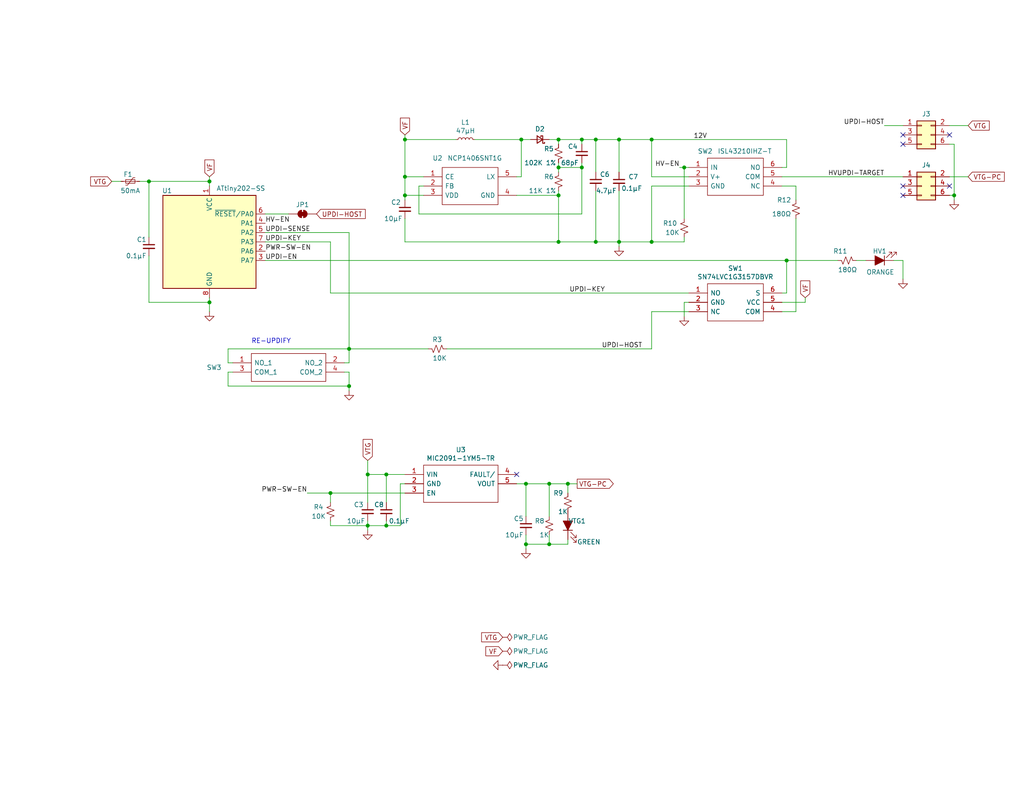
<source format=kicad_sch>
(kicad_sch (version 20230121) (generator eeschema)
  (paper "A")
  (title_block (title "Updi-Key") (date "2020-10-21") (rev "v1.0") (comment 1 "for targets tinyAVR® 0-1-2 series with 3 to 5V target voltage") (comment 2 "Automatically activates UPDI mode and provides power-cycle") (comment 3 "Converts any UPDI programmer to HV-UPDI"))
  (lib_symbols
    (symbol "Connector_Generic:Conn_02x03_Odd_Even" (pin_names (offset 1.016) hide)
      (property "Reference" "J" (at 1.27 5.08 0))
      (property "Value" "Conn_02x03_Odd_Even" (at 1.27 -5.08 0))
      (symbol "Conn_02x03_Odd_Even_1_1"
        (rectangle (start -1.27 -2.413) (end 0 -2.667) (stroke (width 0.1524)))
        (rectangle (start -1.27 0.127) (end 0 -0.127) (stroke (width 0.1524)))
        (rectangle (start -1.27 2.667) (end 0 2.413) (stroke (width 0.1524)))
        (rectangle (start -1.27 3.81) (end 3.81 -3.81) (stroke (width 0.254)) (fill (type background)))
        (rectangle (start 3.81 -2.413) (end 2.54 -2.667) (stroke (width 0.1524)))
        (rectangle (start 3.81 0.127) (end 2.54 -0.127) (stroke (width 0.1524)))
        (rectangle (start 3.81 2.667) (end 2.54 2.413) (stroke (width 0.1524)))
        (pin passive line (at -5.08 2.54 0) (length 3.81) (name "Pin_1") (number "1"))
        (pin passive line (at 7.62 2.54 180) (length 3.81) (name "Pin_2") (number "2"))
        (pin passive line (at -5.08 0 0) (length 3.81) (name "Pin_3") (number "3"))
        (pin passive line (at 7.62 0 180) (length 3.81) (name "Pin_4") (number "4"))
        (pin passive line (at -5.08 -2.54 0) (length 3.81) (name "Pin_5") (number "5"))
        (pin passive line (at 7.62 -2.54 180) (length 3.81) (name "Pin_6") (number "6"))
      )
    )
    (symbol "Device:C_Small" (pin_numbers hide) (pin_names (offset 0.254) hide)
      (property "Reference" "C" (at 0.254 1.778 0))
      (property "Value" "C_Small" (at 0.254 -2.032 0))
      (symbol "C_Small_0_1"
        (polyline (pts (xy -1.524 -0.508) (xy 1.524 -0.508)) (stroke (width 0.3302)))
        (polyline (pts (xy -1.524 0.508) (xy 1.524 0.508)) (stroke (width 0.3048)))
      )
      (symbol "C_Small_1_1"
        (pin passive line (at 0 2.54 270) (length 2.032) (name "~") (number "1"))
        (pin passive line (at 0 -2.54 90) (length 2.032) (name "~") (number "2"))
      )
    )
    (symbol "Device:D_Schottky_Small" (pin_numbers hide) (pin_names (offset 0.254) hide)
      (property "Reference" "D" (at -1.27 2.032 0))
      (property "Value" "D_Schottky_Small" (at -7.112 -2.032 0))
      (symbol "D_Schottky_Small_0_1"
        (polyline (pts (xy -0.762 0) (xy 0.762 0)))
        (polyline (pts (xy 0.762 -1.016) (xy -0.762 0) (xy 0.762 1.016) (xy 0.762 -1.016)) (stroke (width 0.254)))
        (polyline (pts (xy -1.27 0.762) (xy -1.27 1.016) (xy -0.762 1.016) (xy -0.762 -1.016) (xy -0.254 -1.016) (xy -0.254 -0.762)) (stroke (width 0.254)))
      )
      (symbol "D_Schottky_Small_1_1"
        (pin passive line (at -2.54 0 0) (length 1.778) (name "K") (number "1"))
        (pin passive line (at 2.54 0 180) (length 1.778) (name "A") (number "2"))
      )
    )
    (symbol "Device:L_Small" (pin_numbers hide) (pin_names (offset 0.254) hide)
      (property "Reference" "L" (at 0.762 1.016 0))
      (property "Value" "L_Small" (at 0.762 -1.016 0))
      (symbol "L_Small_0_1"
        (arc (start 0 -2.032) (mid 0.5058 -1.524) (end 0 -1.016))
        (arc (start 0 -1.016) (mid 0.5058 -0.508) (end 0 0))
        (arc (start 0 0) (mid 0.5058 0.508) (end 0 1.016))
        (arc (start 0 1.016) (mid 0.5058 1.524) (end 0 2.032))
      )
      (symbol "L_Small_1_1"
        (pin passive line (at 0 2.54 270) (length 0.508) (name "~") (number "1"))
        (pin passive line (at 0 -2.54 90) (length 0.508) (name "~") (number "2"))
      )
    )
    (symbol "Device:R_Small_US" (pin_numbers hide) (pin_names (offset 0.254) hide)
      (property "Reference" "R" (at 0.762 0.508 0))
      (property "Value" "R_Small_US" (at 0.762 -1.016 0))
      (symbol "R_Small_US_1_1"
        (polyline (pts (xy 0 0) (xy 1.016 -0.381) (xy 0 -0.762) (xy -1.016 -1.143) (xy 0 -1.524)))
        (polyline (pts (xy 0 1.524) (xy 1.016 1.143) (xy 0 0.762) (xy -1.016 0.381) (xy 0 0)))
        (pin passive line (at 0 2.54 270) (length 1.016) (name "~") (number "1"))
        (pin passive line (at 0 -2.54 90) (length 1.016) (name "~") (number "2"))
      )
    )
    (symbol "Jumper:SolderJumper_2_Bridged" (pin_numbers hide) (pin_names (offset 0) hide)
      (property "Reference" "JP" (at 0 2.032 0))
      (property "Value" "SolderJumper_2_Bridged" (at 0 -2.54 0))
      (symbol "SolderJumper_2_Bridged_0_1"
        (rectangle (start -0.508 0.508) (end 0.508 -0.508) (fill (type outline)))
        (arc (start -0.254 1.016) (mid -1.2656 0) (end -0.254 -1.016))
        (arc (start -0.254 1.016) (mid -1.2656 0) (end -0.254 -1.016) (fill (type outline)))
        (polyline (pts (xy -0.254 1.016) (xy -0.254 -1.016)))
        (polyline (pts (xy 0.254 1.016) (xy 0.254 -1.016)))
        (arc (start 0.254 -1.016) (mid 1.2656 0) (end 0.254 1.016))
        (arc (start 0.254 -1.016) (mid 1.2656 0) (end 0.254 1.016) (fill (type outline)))
      )
      (symbol "SolderJumper_2_Bridged_1_1"
        (pin passive line (at -3.81 0 0) (length 2.54) (name "A") (number "1"))
        (pin passive line (at 3.81 0 180) (length 2.54) (name "B") (number "2"))
      )
    )
    (symbol "MCU_Microchip_ATtiny:ATtiny202-SS"
      (property "Reference" "U" (at -12.7 13.97 0))
      (property "Value" "ATtiny202-SS" (at 2.54 -13.97 0))
      (symbol "ATtiny202-SS_0_1"
        (rectangle (start -12.7 -12.7) (end 12.7 12.7) (stroke (width 0.254)) (fill (type background)))
      )
      (symbol "ATtiny202-SS_1_1"
        (pin power_in line (at 0 15.24 270) (length 2.54) (name "VCC") (number "1"))
        (pin bidirectional line (at 15.24 -2.54 180) (length 2.54) (name "PA6") (number "2"))
        (pin bidirectional line (at 15.24 -5.08 180) (length 2.54) (name "PA7") (number "3"))
        (pin bidirectional line (at 15.24 5.08 180) (length 2.54) (name "PA1") (number "4"))
        (pin bidirectional line (at 15.24 2.54 180) (length 2.54) (name "PA2") (number "5"))
        (pin bidirectional line (at 15.24 7.62 180) (length 2.54) (name "~{RESET}/PA0") (number "6"))
        (pin bidirectional line (at 15.24 0 180) (length 2.54) (name "PA3") (number "7"))
        (pin power_in line (at 0 -15.24 90) (length 2.54) (name "GND") (number "8"))
      )
    )
    (symbol "SamacSys_Parts:ISL43210IHZ-T" (pin_names (offset 0.762))
      (property "Reference" "IC" (at 21.59 7.62 0))
      (property "Value" "ISL43210IHZ-T" (at 21.59 5.08 0))
      (symbol "ISL43210IHZ-T_0_0"
        (pin passive line (at 0 0 0) (length 5.08) (name "IN") (number "1"))
        (pin passive line (at 0 -2.54 0) (length 5.08) (name "V+") (number "2"))
        (pin passive line (at 0 -5.08 0) (length 5.08) (name "GND") (number "3"))
        (pin passive line (at 25.4 -5.08 180) (length 5.08) (name "NC") (number "4"))
        (pin passive line (at 25.4 -2.54 180) (length 5.08) (name "COM") (number "5"))
        (pin passive line (at 25.4 0 180) (length 5.08) (name "NO") (number "6"))
      )
      (symbol "ISL43210IHZ-T_0_1"
        (polyline (pts (xy 5.08 2.54) (xy 20.32 2.54) (xy 20.32 -7.62) (xy 5.08 -7.62) (xy 5.08 2.54)) (stroke (width 0.1524)))
      )
    )
    (symbol "SamacSys_Parts:MIC2091-1YM5-TR" (pin_names (offset 0.762))
      (property "Reference" "PS" (at 26.67 7.62 0))
      (property "Value" "MIC2091-1YM5-TR" (at 26.67 5.08 0))
      (symbol "MIC2091-1YM5-TR_0_0"
        (pin power_in line (at 0 0 0) (length 5.08) (name "VIN") (number "1"))
        (pin power_in line (at 0 -2.54 0) (length 5.08) (name "GND") (number "2"))
        (pin output line (at 0 -5.08 0) (length 5.08) (name "EN") (number "3"))
        (pin output line (at 30.48 0 180) (length 5.08) (name "FAULT/") (number "4"))
        (pin output line (at 30.48 -2.54 180) (length 5.08) (name "VOUT") (number "5"))
      )
      (symbol "MIC2091-1YM5-TR_0_1"
        (polyline (pts (xy 5.08 2.54) (xy 25.4 2.54) (xy 25.4 -7.62) (xy 5.08 -7.62) (xy 5.08 2.54)) (stroke (width 0.1524)))
      )
    )
    (symbol "SamacSys_Parts:NCP1406SNT1G" (pin_names (offset 0.762))
      (property "Reference" "IC" (at 21.59 7.62 0))
      (property "Value" "NCP1406SNT1G" (at 21.59 5.08 0))
      (symbol "NCP1406SNT1G_0_0"
        (pin passive line (at 0 0 0) (length 5.08) (name "CE") (number "1"))
        (pin passive line (at 0 -2.54 0) (length 5.08) (name "FB") (number "2"))
        (pin power_in line (at 0 -5.08 0) (length 5.08) (name "VDD") (number "3"))
        (pin power_in line (at 25.4 -5.08 180) (length 5.08) (name "GND") (number "4"))
        (pin passive line (at 25.4 0 180) (length 5.08) (name "LX") (number "5"))
      )
      (symbol "NCP1406SNT1G_0_1"
        (polyline (pts (xy 5.08 2.54) (xy 20.32 2.54) (xy 20.32 -7.62) (xy 5.08 -7.62) (xy 5.08 2.54)) (stroke (width 0.1524)))
      )
    )
    (symbol "SamacSys_Parts:PTS810SJG250SMTRLFS" (pin_names (offset 0.762))
      (property "Reference" "S" (at 26.67 7.62 0))
      (property "Value" "PTS810SJG250SMTRLFS" (at 26.67 5.08 0))
      (symbol "PTS810SJG250SMTRLFS_0_0"
        (pin passive line (at 0 0 0) (length 5.08) (name "NO_1") (number "1"))
        (pin passive line (at 30.48 0 180) (length 5.08) (name "NO_2") (number "2"))
        (pin passive line (at 0 -2.54 0) (length 5.08) (name "COM_1") (number "3"))
        (pin passive line (at 30.48 -2.54 180) (length 5.08) (name "COM_2") (number "4"))
      )
      (symbol "PTS810SJG250SMTRLFS_0_1"
        (polyline (pts (xy 5.08 2.54) (xy 25.4 2.54) (xy 25.4 -5.08) (xy 5.08 -5.08) (xy 5.08 2.54)) (stroke (width 0.1524)))
      )
    )
    (symbol "SamacSys_Parts:SN74LVC1G3157DBVR" (pin_names (offset 0.762))
      (property "Reference" "IC" (at 21.59 7.62 0))
      (property "Value" "SN74LVC1G3157DBVR" (at 21.59 5.08 0))
      (symbol "SN74LVC1G3157DBVR_0_0"
        (pin passive line (at 0 0 0) (length 5.08) (name "NO") (number "1"))
        (pin passive line (at 0 -2.54 0) (length 5.08) (name "GND") (number "2"))
        (pin passive line (at 0 -5.08 0) (length 5.08) (name "NC") (number "3"))
        (pin passive line (at 25.4 -5.08 180) (length 5.08) (name "COM") (number "4"))
        (pin passive line (at 25.4 -2.54 180) (length 5.08) (name "VCC") (number "5"))
        (pin passive line (at 25.4 0 180) (length 5.08) (name "S") (number "6"))
      )
      (symbol "SN74LVC1G3157DBVR_0_1"
        (polyline (pts (xy 5.08 2.54) (xy 20.32 2.54) (xy 20.32 -7.62) (xy 5.08 -7.62) (xy 5.08 2.54)) (stroke (width 0.1524)))
      )
    )
    (symbol "power:GND" (power) (pin_names (offset 0))
      (property "Value" "GND" (at 0 -3.81 0))
      (symbol "GND_0_1"
        (polyline (pts (xy 0 0) (xy 0 -1.27) (xy 1.27 -1.27) (xy 0 -2.54) (xy -1.27 -1.27) (xy 0 -1.27)))
      )
      (symbol "GND_1_1"
        (pin power_in line (at 0 0 270) (length 0) hide (name "GND") (number "1"))
      )
    )
    (symbol "power:PWR_FLAG" (power) (pin_numbers hide) (pin_names (offset 0) hide)
      (property "Value" "PWR_FLAG" (at 0 3.81 0))
      (symbol "PWR_FLAG_0_0"
        (pin power_out line (at 0 0 90) (length 0) (name "pwr") (number "1"))
      )
      (symbol "PWR_FLAG_0_1"
        (polyline (pts (xy 0 0) (xy 0 1.27) (xy -1.016 1.905) (xy 0 2.54) (xy 1.016 1.905) (xy 0 1.27)))
      )
    )
    (symbol "updi_ki-rescue:0ZCM0005FF2G-updi_ki" (pin_numbers hide) (pin_names (offset 0))
      (property "Reference" "F" (at -1.905 0 90))
      (property "Value" "updi_ki_0ZCM0005FF2G" (at 1.905 0 90))
      (symbol "0ZCM0005FF2G-updi_ki_0_1"
        (rectangle (start -0.508 1.27) (end 0.508 -1.27))
        (polyline (pts (xy 0 2.54) (xy 0 -2.54)))
        (polyline (pts (xy -1.016 1.27) (xy -1.016 0.762) (xy 1.016 -0.762) (xy 1.016 -1.27)))
      )
      (symbol "0ZCM0005FF2G-updi_ki_1_1"
        (pin passive line (at 0 2.54 270) (length 0.635) (name "~") (number "1"))
        (pin passive line (at 0 -2.54 90) (length 0.635) (name "~") (number "2"))
      )
    )
    (symbol "updi_ki-rescue:LED_ALT-Device" (pin_numbers hide) (pin_names (offset 1.016) hide)
      (property "Reference" "D" (at 0 2.54 0))
      (property "Value" "Device_LED_ALT" (at 0 -2.54 0))
      (symbol "LED_ALT-Device_0_1"
        (polyline (pts (xy -1.27 -1.27) (xy -1.27 1.27)) (stroke (width 0.2032)))
        (polyline (pts (xy -1.27 0) (xy 1.27 0)))
        (polyline (pts (xy 1.27 -1.27) (xy 1.27 1.27) (xy -1.27 0) (xy 1.27 -1.27)) (stroke (width 0.2032)) (fill (type outline)))
        (polyline (pts (xy -3.048 -0.762) (xy -4.572 -2.286) (xy -3.81 -2.286) (xy -4.572 -2.286) (xy -4.572 -1.524)))
        (polyline (pts (xy -1.778 -0.762) (xy -3.302 -2.286) (xy -2.54 -2.286) (xy -3.302 -2.286) (xy -3.302 -1.524)))
      )
      (symbol "LED_ALT-Device_1_1"
        (pin passive line (at -3.81 0 0) (length 2.54) (name "K") (number "1"))
        (pin passive line (at 3.81 0 180) (length 2.54) (name "A") (number "2"))
      )
    )
  )
  (junction (at 57.15 82.55))
  (junction (at 260.35 53.34))
  (junction (at 158.75 45.72))
  (junction (at 110.49 53.34))
  (junction (at 105.41 129.54))
  (junction (at 57.15 49.53))
  (junction (at 162.56 66.04))
  (junction (at 152.4 53.34))
  (junction (at 186.69 45.72))
  (junction (at 95.25 105.41))
  (junction (at 152.4 45.72))
  (junction (at 142.24 38.1))
  (junction (at 154.94 132.08))
  (junction (at 168.91 66.04))
  (junction (at 152.4 38.1))
  (junction (at 143.51 148.59))
  (junction (at 110.49 48.26))
  (junction (at 177.8 38.1))
  (junction (at 152.4 66.04))
  (junction (at 149.86 148.59))
  (junction (at 162.56 38.1))
  (junction (at 105.41 143.51))
  (junction (at 168.91 38.1))
  (junction (at 110.49 38.1))
  (junction (at 158.75 38.1))
  (junction (at 100.33 143.51))
  (junction (at 95.25 95.25))
  (junction (at 214.63 71.12))
  (junction (at 40.64 49.53))
  (junction (at 149.86 132.08))
  (junction (at 100.33 129.54))
  (junction (at 177.8 66.04))
  (junction (at 90.17 134.62))
  (junction (at 143.51 132.08))
  (no_connect (at 259.08 36.83))
  (no_connect (at 246.38 50.8))
  (no_connect (at 246.38 53.34))
  (no_connect (at 259.08 50.8))
  (no_connect (at 140.97 129.54))
  (no_connect (at 246.38 39.37))
  (no_connect (at 246.38 36.83))
  (wire (pts (xy 57.15 82.55) (xy 57.15 85.09)))
  (wire (pts (xy 149.86 146.05) (xy 149.86 148.59)))
  (wire (pts (xy 95.25 95.25) (xy 62.23 95.25)))
  (wire (pts (xy 177.8 85.09) (xy 177.8 95.25)))
  (wire (pts (xy 90.17 66.04) (xy 90.17 80.01)))
  (wire (pts (xy 72.39 58.42) (xy 78.74 58.42)))
  (wire (pts (xy 62.23 105.41) (xy 95.25 105.41)))
  (wire (pts (xy 110.49 132.08) (xy 109.22 132.08)))
  (wire (pts (xy 110.49 53.34) (xy 110.49 48.26)))
  (wire (pts (xy 30.48 49.53) (xy 33.02 49.53)))
  (wire (pts (xy 214.63 71.12) (xy 228.6 71.12)))
  (wire (pts (xy 186.69 82.55) (xy 187.96 82.55)))
  (wire (pts (xy 152.4 66.04) (xy 110.49 66.04)))
  (wire (pts (xy 154.94 132.08) (xy 154.94 134.62)))
  (wire (pts (xy 152.4 53.34) (xy 152.4 66.04)))
  (wire (pts (xy 233.68 71.12) (xy 236.22 71.12)))
  (wire (pts (xy 90.17 143.51) (xy 90.17 142.24)))
  (wire (pts (xy 149.86 140.97) (xy 149.86 132.08)))
  (wire (pts (xy 95.25 105.41) (xy 95.25 101.6)))
  (wire (pts (xy 149.86 38.1) (xy 152.4 38.1)))
  (wire (pts (xy 110.49 48.26) (xy 115.57 48.26)))
  (wire (pts (xy 177.8 38.1) (xy 214.63 38.1)))
  (wire (pts (xy 40.64 49.53) (xy 40.64 64.77)))
  (wire (pts (xy 185.42 45.72) (xy 186.69 45.72)))
  (wire (pts (xy 217.17 59.69) (xy 217.17 85.09)))
  (wire (pts (xy 158.75 45.72) (xy 158.75 58.42)))
  (wire (pts (xy 177.8 66.04) (xy 186.69 66.04)))
  (wire (pts (xy 90.17 134.62) (xy 110.49 134.62)))
  (wire (pts (xy 152.4 39.37) (xy 152.4 38.1)))
  (wire (pts (xy 40.64 82.55) (xy 57.15 82.55)))
  (wire (pts (xy 168.91 46.99) (xy 168.91 38.1)))
  (wire (pts (xy 95.25 105.41) (xy 95.25 106.68)))
  (wire (pts (xy 142.24 38.1) (xy 144.78 38.1)))
  (wire (pts (xy 90.17 137.16) (xy 90.17 134.62)))
  (wire (pts (xy 142.24 48.26) (xy 142.24 38.1)))
  (wire (pts (xy 129.54 38.1) (xy 142.24 38.1)))
  (wire (pts (xy 213.36 85.09) (xy 217.17 85.09)))
  (wire (pts (xy 241.3 34.29) (xy 246.38 34.29)))
  (wire (pts (xy 105.41 143.51) (xy 109.22 143.51)))
  (wire (pts (xy 168.91 38.1) (xy 177.8 38.1)))
  (wire (pts (xy 168.91 52.07) (xy 168.91 66.04)))
  (wire (pts (xy 168.91 66.04) (xy 177.8 66.04)))
  (wire (pts (xy 143.51 148.59) (xy 149.86 148.59)))
  (wire (pts (xy 110.49 53.34) (xy 115.57 53.34)))
  (wire (pts (xy 100.33 143.51) (xy 100.33 144.78)))
  (wire (pts (xy 83.82 134.62) (xy 90.17 134.62)))
  (wire (pts (xy 177.8 50.8) (xy 177.8 66.04)))
  (wire (pts (xy 143.51 132.08) (xy 143.51 140.97)))
  (wire (pts (xy 140.97 48.26) (xy 142.24 48.26)))
  (wire (pts (xy 62.23 99.06) (xy 63.5 99.06)))
  (wire (pts (xy 105.41 137.16) (xy 105.41 129.54)))
  (wire (pts (xy 246.38 76.2) (xy 246.38 71.12)))
  (wire (pts (xy 149.86 148.59) (xy 154.94 148.59)))
  (wire (pts (xy 162.56 52.07) (xy 162.56 66.04)))
  (wire (pts (xy 105.41 129.54) (xy 110.49 129.54)))
  (wire (pts (xy 110.49 66.04) (xy 110.49 59.69)))
  (wire (pts (xy 186.69 45.72) (xy 186.69 59.69)))
  (wire (pts (xy 40.64 69.85) (xy 40.64 82.55)))
  (wire (pts (xy 162.56 66.04) (xy 168.91 66.04)))
  (wire (pts (xy 152.4 38.1) (xy 158.75 38.1)))
  (wire (pts (xy 114.3 50.8) (xy 115.57 50.8)))
  (wire (pts (xy 57.15 49.53) (xy 40.64 49.53)))
  (wire (pts (xy 158.75 45.72) (xy 152.4 45.72)))
  (wire (pts (xy 157.48 132.08) (xy 154.94 132.08)))
  (wire (pts (xy 72.39 66.04) (xy 90.17 66.04)))
  (wire (pts (xy 57.15 48.26) (xy 57.15 49.53)))
  (wire (pts (xy 143.51 132.08) (xy 149.86 132.08)))
  (wire (pts (xy 100.33 129.54) (xy 105.41 129.54)))
  (wire (pts (xy 186.69 45.72) (xy 187.96 45.72)))
  (wire (pts (xy 259.08 48.26) (xy 264.16 48.26)))
  (wire (pts (xy 158.75 39.37) (xy 158.75 38.1)))
  (wire (pts (xy 158.75 44.45) (xy 158.75 45.72)))
  (wire (pts (xy 38.1 49.53) (xy 40.64 49.53)))
  (wire (pts (xy 214.63 71.12) (xy 214.63 80.01)))
  (wire (pts (xy 214.63 38.1) (xy 214.63 45.72)))
  (wire (pts (xy 93.98 99.06) (xy 95.25 99.06)))
  (wire (pts (xy 259.08 39.37) (xy 260.35 39.37)))
  (wire (pts (xy 162.56 38.1) (xy 168.91 38.1)))
  (wire (pts (xy 62.23 101.6) (xy 62.23 105.41)))
  (wire (pts (xy 154.94 147.32) (xy 154.94 148.59)))
  (wire (pts (xy 100.33 143.51) (xy 90.17 143.51)))
  (wire (pts (xy 95.25 99.06) (xy 95.25 95.25)))
  (wire (pts (xy 213.36 50.8) (xy 217.17 50.8)))
  (wire (pts (xy 62.23 95.25) (xy 62.23 99.06)))
  (wire (pts (xy 154.94 132.08) (xy 149.86 132.08)))
  (wire (pts (xy 72.39 63.5) (xy 95.25 63.5)))
  (wire (pts (xy 152.4 66.04) (xy 162.56 66.04)))
  (wire (pts (xy 152.4 45.72) (xy 152.4 46.99)))
  (wire (pts (xy 140.97 53.34) (xy 152.4 53.34)))
  (wire (pts (xy 152.4 44.45) (xy 152.4 45.72)))
  (wire (pts (xy 100.33 142.24) (xy 100.33 143.51)))
  (wire (pts (xy 168.91 67.31) (xy 168.91 66.04)))
  (wire (pts (xy 213.36 48.26) (xy 246.38 48.26)))
  (wire (pts (xy 214.63 80.01) (xy 213.36 80.01)))
  (wire (pts (xy 186.69 86.36) (xy 186.69 82.55)))
  (wire (pts (xy 217.17 54.61) (xy 217.17 50.8)))
  (wire (pts (xy 100.33 143.51) (xy 105.41 143.51)))
  (wire (pts (xy 90.17 80.01) (xy 187.96 80.01)))
  (wire (pts (xy 177.8 38.1) (xy 177.8 48.26)))
  (wire (pts (xy 57.15 49.53) (xy 57.15 50.8)))
  (wire (pts (xy 162.56 46.99) (xy 162.56 38.1)))
  (wire (pts (xy 177.8 85.09) (xy 187.96 85.09)))
  (wire (pts (xy 95.25 63.5) (xy 95.25 95.25)))
  (wire (pts (xy 109.22 132.08) (xy 109.22 143.51)))
  (wire (pts (xy 121.92 95.25) (xy 177.8 95.25)))
  (wire (pts (xy 152.4 52.07) (xy 152.4 53.34)))
  (wire (pts (xy 72.39 71.12) (xy 214.63 71.12)))
  (wire (pts (xy 110.49 53.34) (xy 110.49 54.61)))
  (wire (pts (xy 214.63 45.72) (xy 213.36 45.72)))
  (wire (pts (xy 158.75 38.1) (xy 162.56 38.1)))
  (wire (pts (xy 114.3 50.8) (xy 114.3 58.42)))
  (wire (pts (xy 260.35 39.37) (xy 260.35 53.34)))
  (wire (pts (xy 143.51 148.59) (xy 143.51 149.86)))
  (wire (pts (xy 143.51 148.59) (xy 143.51 146.05)))
  (wire (pts (xy 177.8 48.26) (xy 187.96 48.26)))
  (wire (pts (xy 100.33 125.73) (xy 100.33 129.54)))
  (wire (pts (xy 177.8 50.8) (xy 187.96 50.8)))
  (wire (pts (xy 260.35 54.61) (xy 260.35 53.34)))
  (wire (pts (xy 219.71 82.55) (xy 219.71 81.28)))
  (wire (pts (xy 260.35 53.34) (xy 259.08 53.34)))
  (wire (pts (xy 140.97 132.08) (xy 143.51 132.08)))
  (wire (pts (xy 95.25 101.6) (xy 93.98 101.6)))
  (wire (pts (xy 63.5 101.6) (xy 62.23 101.6)))
  (wire (pts (xy 114.3 58.42) (xy 158.75 58.42)))
  (wire (pts (xy 105.41 143.51) (xy 105.41 142.24)))
  (wire (pts (xy 259.08 34.29) (xy 264.16 34.29)))
  (wire (pts (xy 186.69 64.77) (xy 186.69 66.04)))
  (wire (pts (xy 213.36 82.55) (xy 219.71 82.55)))
  (wire (pts (xy 110.49 48.26) (xy 110.49 38.1)))
  (wire (pts (xy 110.49 38.1) (xy 110.49 36.83)))
  (wire (pts (xy 57.15 82.55) (xy 57.15 81.28)))
  (wire (pts (xy 95.25 95.25) (xy 116.84 95.25)))
  (wire (pts (xy 246.38 71.12) (xy 243.84 71.12)))
  (wire (pts (xy 110.49 38.1) (xy 124.46 38.1)))
  (wire (pts (xy 100.33 129.54) (xy 100.33 137.16)))
  (text "RE-UPDIFY" (at 68.58 93.98 0) (effects (font (size 1.27 1.27)) (justify left bottom)))
  (label "UPDI-HOST" (at 175.26 95.25 180))
  (label "HV-EN" (at 72.39 60.96 0))
  (label "12V" (at 189.23 38.1 0))
  (label "UPDI-SENSE" (at 72.39 63.5 0))
  (label "HVUPDI-TARGET" (at 241.3 48.26 180))
  (label "UPDI-KEY" (at 165.1 80.01 180))
  (label "UPDI-HOST" (at 241.3 34.29 180))
  (label "PWR-SW-EN" (at 72.39 68.58 0))
  (label "UPDI-KEY" (at 72.39 66.04 0))
  (label "HV-EN" (at 185.42 45.72 180))
  (label "PWR-SW-EN" (at 83.82 134.62 180))
  (label "UPDI-EN" (at 72.39 71.12 0))
  (global_label "UPDI-HOST" (shape input) (at 86.36 58.42 0) (property "Intersheetrefs" "${INTERSHEET_REFS}" (effects hide)))
  (global_label "VF" (shape input) (at 137.16 177.8 180) (property "Intersheetrefs" "${INTERSHEET_REFS}" (effects hide)))
  (global_label "VTG-PC" (shape input) (at 264.16 48.26 0) (property "Intersheetrefs" "${INTERSHEET_REFS}" (effects hide)))
  (global_label "VF" (shape input) (at 219.71 81.28 90) (property "Intersheetrefs" "${INTERSHEET_REFS}" (effects hide)))
  (global_label "VF" (shape input) (at 110.49 36.83 90) (property "Intersheetrefs" "${INTERSHEET_REFS}" (effects hide)))
  (global_label "VTG" (shape input) (at 264.16 34.29 0) (property "Intersheetrefs" "${INTERSHEET_REFS}" (effects hide)))
  (global_label "VTG-PC" (shape output) (at 157.48 132.08 0) (property "Intersheetrefs" "${INTERSHEET_REFS}" (effects hide)))
  (global_label "VTG" (shape input) (at 30.48 49.53 180) (property "Intersheetrefs" "${INTERSHEET_REFS}" (effects hide)))
  (global_label "VTG" (shape input) (at 137.16 173.99 180) (property "Intersheetrefs" "${INTERSHEET_REFS}" (effects hide)))
  (global_label "VTG" (shape input) (at 100.33 125.73 90) (property "Intersheetrefs" "${INTERSHEET_REFS}" (effects hide)))
  (global_label "VF" (shape input) (at 57.15 48.26 90) (property "Intersheetrefs" "${INTERSHEET_REFS}" (effects hide)))
  (symbol (lib_id "power:PWR_FLAG") (at 137.16 173.99 270) (unit 1)
    (property "Reference" "#FLG02" (effects hide))
    (property "Value" "PWR_FLAG" (at 144.78 173.99 90))
  )
  (symbol (lib_id "MCU_Microchip_ATtiny:ATtiny202-SS") (at 57.15 66.04 0) (unit 1)
    (property "Reference" "U1" (at 46.99 52.07 0) (effects (justify right)))
    (property "Value" "ATtiny202-SS" (at 72.39 51.435 0) (effects (justify right)))
    (property "Footprint" "Package_SO:SOIC-8_3.9x4.9mm_P1.27mm" (effects hide))
    (property "Datasheet" "http://ww1.microchip.com/downloads/en/DeviceDoc/ATtiny202-402-AVR-MCU-with-Core-Independent-Peripherals_and-picoPower-40001969A.pdf" (effects hide))
    (property "Description" "IC MCU 8BIT 2KB FLASH 8SOIC" (effects hide))
    (property "Digi-Key Part Number" "ATTINY202-SSNRCT-ND" (effects hide))
    (property "Manufacturer_Part_Number" "ATTINY202-SSNR" (effects hide))
  )
  (symbol (lib_id "Device:R_Small_US") (at 186.69 62.23 0) (mirror y) (unit 1)
    (property "Reference" "R10" (at 184.785 60.96 0) (effects (justify left)))
    (property "Value" "10K" (at 185.42 63.5 0) (effects (justify left)))
    (property "Footprint" "Resistor_SMD:R_0603_1608Metric" (effects hide))
    (property "Datasheet" "http://www.koaspeer.com/pdfs/RK73B.pdf" (effects hide))
    (property "Description" "RES 10K OHM 5% 1/10W 0603" (effects hide))
    (property "Manufacturer_Name" "Yageo" (effects hide))
    (property "Manufacturer_Part_Number" "RK73B1JTTD103J" (effects hide))
    (property "Digi-Key Part Number" "2019-RK73B1JTTD103JCT-ND" (effects hide))
  )
  (symbol (lib_id "Device:R_Small_US") (at 90.17 139.7 0) (mirror y) (unit 1)
    (property "Reference" "R4" (at 88.265 138.43 0) (effects (justify left)))
    (property "Value" "10K" (at 88.9 140.97 0) (effects (justify left)))
    (property "Footprint" "Resistor_SMD:R_0603_1608Metric" (effects hide))
    (property "Datasheet" "http://www.koaspeer.com/pdfs/RK73B.pdf" (effects hide))
    (property "Description" "RES 10K OHM 5% 1/10W 0603" (effects hide))
    (property "Manufacturer_Name" "Yageo" (effects hide))
    (property "Manufacturer_Part_Number" "RK73B1JTTD103J" (effects hide))
    (property "Digi-Key Part Number" "2019-RK73B1JTTD103JCT-ND" (effects hide))
  )
  (symbol (lib_id "Device:C_Small") (at 40.64 67.31 0) (mirror y) (unit 1)
    (property "Reference" "C1" (at 40.005 65.405 0) (effects (justify left)))
    (property "Value" "0.1µF" (at 40.005 69.85 0) (effects (justify left)))
    (property "Footprint" "Capacitor_SMD:C_0603_1608Metric" (effects hide))
    (property "Datasheet" "http://www.samsungsem.com/kr/support/product-search/mlcc/CL10B104KB8NNNC.jsp" (effects hide))
    (property "Description" "CAP CER 0.1UF 50V X7R 0603" (effects hide))
    (property "Manufacturer_Name" " ‎Samsung Electro-Mechanics" (effects hide))
    (property "Manufacturer_Part_Number" "CL10B104KB8NNNC" (effects hide))
    (property "Digi-Key Part Number" "1276-1000-1-ND" (effects hide))
  )
  (symbol (lib_id "updi_ki-rescue:LED_ALT-Device") (at 240.03 71.12 180) (unit 1)
    (property "Reference" "HV1" (at 240.03 68.58 0))
    (property "Value" "ORANGE" (at 240.2078 74.295 0))
    (property "Footprint" "LED_SMD:LED_0603_1608Metric" (effects hide))
    (property "Datasheet" "http://www.kingbrightusa.com/images/catalog/SPEC/APTD1608SECK-J4-PF.pdf" (effects hide))
    (property "Description" "LED ORANGE CLEAR 0603 (1608 Metric)" (effects hide))
    (property "Manufacturer_Part_Number" "APTD1608SECK/J4-PF" (effects hide))
    (property "Digi-Key Part Number" "754-1802-1-ND" (effects hide))
  )
  (symbol (lib_id "Device:R_Small_US") (at 231.14 71.12 270) (mirror x) (unit 1)
    (property "Reference" "R11" (at 227.33 68.58 90) (effects (justify left)))
    (property "Value" "180Ω" (at 228.6 73.66 90) (effects (justify left)))
    (property "Footprint" "Resistor_SMD:R_0603_1608Metric" (effects hide))
    (property "Datasheet" "http://www.koaspeer.com/pdfs/RK73B.pdf" (effects hide))
    (property "Description" "RES 180 OHM 5% 1/8W 0603" (effects hide))
    (property "Manufacturer_Name" "Yageo" (effects hide))
    (property "Manufacturer_Part_Number" "RK73B1JTTD181J" (effects hide))
    (property "Digi-Key Part Number" "2019-RK73B1JTTD181JCT-ND" (effects hide))
    (property "Mouser Part Number" "RK73B1JTTD181J" (effects hide))
  )
  (symbol (lib_id "updi_ki-rescue:LED_ALT-Device") (at 154.94 143.51 90) (unit 1)
    (property "Reference" "VTG1" (at 157.48 142.24 90))
    (property "Value" "GREEN" (at 160.655 147.955 90))
    (property "Footprint" "LED_SMD:LED_0603_1608Metric" (effects hide))
    (property "Datasheet" "https://dammedia.osram.info/media/resource/hires/osram-dam-2493948/LG%20Q396.pdf" (effects hide))
    (property "Description" "LED GREEN DIFFUSED 0603 SMD" (effects hide))
    (property "Manufacturer_Part_Number" "LG Q396-PS-35" (effects hide))
    (property "Digi-Key Part Number" "475-3754-1-ND" (effects hide))
  )
  (symbol (lib_id "updi_ki-rescue:0ZCM0005FF2G-updi_ki") (at 35.56 49.53 270) (unit 1)
    (property "Reference" "F1" (at 34.925 47.625 90))
    (property "Value" "50mA" (at 35.56 52.07 90))
    (property "Footprint" "Fuse:Fuse_0603_1608Metric" (effects hide))
    (property "Datasheet" "https://belfuse.com/resources/datasheets/circuitprotection/ds-cp-0zcm-series.pdf" (effects hide))
    (property "Description" "PTC RESET FUSE 15V 50MA 0603" (effects hide))
    (property "Digi-Key Part Number" "507-1816-1-ND" (effects hide))
    (property "Manufacturer_Part_Number" "0ZCM0005FF2G" (effects hide))
  )
  (symbol (lib_id "Connector_Generic:Conn_02x03_Odd_Even") (at 251.46 36.83 0) (unit 1)
    (property "Reference" "J3" (at 252.73 31.115 0))
    (property "Value" "UPDI_IN6" (effects hide))
    (property "Footprint" "Connector_PinHeader_2.54mm:PinHeader_2x03_P2.54mm_Vertical" (effects hide))
    (property "Description" "Pin header, male, 2.54mm, 6-position" (effects hide))
  )
  (symbol (lib_id "Device:C_Small") (at 168.91 49.53 0) (unit 1)
    (property "Reference" "C7" (at 171.45 48.26 0) (effects (justify left)))
    (property "Value" "0.1µF" (at 169.545 51.435 0) (effects (justify left)))
    (property "Footprint" "Capacitor_SMD:C_0603_1608Metric" (effects hide))
    (property "Datasheet" "http://www.samsungsem.com/kr/support/product-search/mlcc/CL10B104KB8NNNC.jsp" (effects hide))
    (property "Description" "CAP CER 0.1UF 50V X7R 0603" (effects hide))
    (property "Manufacturer_Name" " ‎Samsung Electro-Mechanics" (effects hide))
    (property "Manufacturer_Part_Number" "CL10B104KB8NNNC" (effects hide))
    (property "Digi-Key Part Number" "1276-1000-1-ND" (effects hide))
  )
  (symbol (lib_id "Connector_Generic:Conn_02x03_Odd_Even") (at 251.46 50.8 0) (unit 1)
    (property "Reference" "J4" (at 252.73 45.085 0))
    (property "Value" "HVUPDI_OUT6" (effects hide))
    (property "Footprint" "Connector_PinHeader_2.54mm:PinHeader_2x03_P2.54mm_Vertical" (effects hide))
    (property "Description" "Pin header, male, 2.54mm, 6-position" (effects hide))
  )
  (symbol (lib_id "power:GND") (at 260.35 54.61 0) (unit 1)
    (property "Reference" "#PWR011" (effects hide))
    (property "Value" "GND" (effects hide))
  )
  (symbol (lib_id "power:PWR_FLAG") (at 137.16 177.8 270) (unit 1)
    (property "Reference" "#FLG03" (effects hide))
    (property "Value" "PWR_FLAG" (at 144.78 177.8 90))
  )
  (symbol (lib_id "Device:C_Small") (at 100.33 139.7 0) (unit 1)
    (property "Reference" "C3" (at 96.52 137.795 0) (effects (justify left)))
    (property "Value" "10µF" (at 94.615 142.24 0) (effects (justify left)))
    (property "Footprint" "Capacitor_SMD:C_0603_1608Metric" (effects hide))
    (property "Datasheet" "http://www.yuden.co.jp/productdata/catalog/mlcc06_e.pdf" (effects hide))
    (property "Description" "CAP CER 10UF 10V X5R 0603" (effects hide))
    (property "Manufacturer_Name" " ‎Samsung Electro-Mechanics" (effects hide))
    (property "Manufacturer_Part_Number" "LMK107BBJ106MALT" (effects hide))
    (property "Digi-Key Part Number" "587-3258-1-ND" (effects hide))
  )
  (symbol (lib_id "power:GND") (at 100.33 144.78 0) (unit 1)
    (property "Reference" "#PWR04" (effects hide))
    (property "Value" "GND" (effects hide))
  )
  (symbol (lib_id "power:GND") (at 137.16 181.61 270) (unit 1)
    (property "Reference" "#PWR05" (effects hide))
    (property "Value" "GND" (effects hide))
  )
  (symbol (lib_id "power:PWR_FLAG") (at 137.16 181.61 270) (unit 1)
    (property "Reference" "#FLG04" (effects hide))
    (property "Value" "PWR_FLAG" (at 144.78 181.61 90))
  )
  (symbol (lib_id "power:GND") (at 143.51 149.86 0) (unit 1)
    (property "Reference" "#PWR06" (effects hide))
    (property "Value" "GND" (effects hide))
  )
  (symbol (lib_id "power:GND") (at 57.15 85.09 0) (unit 1)
    (property "Reference" "#PWR01" (effects hide))
    (property "Value" "GND" (effects hide))
  )
  (symbol (lib_id "Device:C_Small") (at 143.51 143.51 0) (mirror y) (unit 1)
    (property "Reference" "C5" (at 142.875 141.605 0) (effects (justify left)))
    (property "Value" "10µF" (at 142.875 146.05 0) (effects (justify left)))
    (property "Footprint" "Capacitor_SMD:C_0603_1608Metric" (effects hide))
    (property "Datasheet" "http://www.yuden.co.jp/productdata/catalog/mlcc06_e.pdf" (effects hide))
    (property "Description" "CAP CER 10UF 10V X5R 0603" (effects hide))
    (property "Manufacturer_Name" " ‎Samsung Electro-Mechanics" (effects hide))
    (property "Manufacturer_Part_Number" "LMK107BBJ106MALT" (effects hide))
    (property "Digi-Key Part Number" "587-3258-1-ND" (effects hide))
  )
  (symbol (lib_id "Device:R_Small_US") (at 154.94 137.16 0) (mirror y) (unit 1)
    (property "Reference" "R9" (at 153.67 134.62 0) (effects (justify left)))
    (property "Value" "1K" (at 154.94 139.7 0) (effects (justify left)))
    (property "Footprint" "Resistor_SMD:R_0603_1608Metric" (effects hide))
    (property "Datasheet" "http://www.koaspeer.com/pdfs/RK73B.pdf" (effects hide))
    (property "Description" "RES 1K OHM 5% 1/8W 0603" (effects hide))
    (property "Manufacturer_Name" "Yageo" (effects hide))
    (property "Manufacturer_Part_Number" "RK73B1JTTD102J" (effects hide))
    (property "Digi-Key Part Number" "2019-RK73B1JTTD102JCT-ND" (effects hide))
    (property "Mouser Part Number" "RK73B1JTTD181J" (effects hide))
  )
  (symbol (lib_id "SamacSys_Parts:NCP1406SNT1G") (at 115.57 48.26 0) (unit 1)
    (property "Reference" "U2" (at 119.38 43.18 0))
    (property "Value" "NCP1406SNT1G" (at 129.54 43.18 0))
    (property "Footprint" "0_mouser:SOT95P275X110-5N" (effects hide))
    (property "Datasheet" "http://www.onsemi.com/pub/Collateral/NCP1406-D.PDF" (effects hide))
    (property "Description" "IC REG BUCK BST ADJ 25MA 5TSOP" (effects hide))
    (property "Height" "1.1" (effects hide))
    (property "Manufacturer_Name" "ON Semiconductor" (effects hide))
    (property "Manufacturer_Part_Number" "NCP1406SNT1G" (effects hide))
    (property "Arrow Part Number" "NCP1406SNT1G" (effects hide))
    (property "Arrow Price/Stock" "https://www.arrow.com/en/products/ncp1406snt1g/on-semiconductor" (effects hide))
    (property "Mouser Part Number" "863-NCP1406SNT1G" (effects hide))
    (property "Mouser Price/Stock" "https://www.mouser.com/Search/Refine.aspx?Keyword=863-NCP1406SNT1G" (effects hide))
    (property "Digi-Key Part Number" "NCP1406SNT1GOSCT-ND" (effects hide))
  )
  (symbol (lib_id "Device:R_Small_US") (at 152.4 41.91 0) (mirror y) (unit 1)
    (property "Reference" "R5" (at 151.13 40.64 0) (effects (justify left)))
    (property "Value" "102K 1%" (at 151.765 44.45 0) (effects (justify left)))
    (property "Footprint" "Resistor_SMD:R_0603_1608Metric" (effects hide))
    (property "Datasheet" "https://www.yageo.com/upload/media/product/productsearch/datasheet/rchip/PYu-RC_Group_51_RoHS_L_11.pdf" (effects hide))
    (property "Description" "RES SMD 102K OHM 1% 1/10W 0603" (effects hide))
    (property "Manufacturer_Name" "Yageo" (effects hide))
    (property "Manufacturer_Part_Number" "RC0603FR-07102KL" (effects hide))
    (property "Digi-Key Part Number" "311-102KHRCT-ND" (effects hide))
  )
  (symbol (lib_id "Device:R_Small_US") (at 152.4 49.53 0) (mirror y) (unit 1)
    (property "Reference" "R6" (at 151.13 48.26 0) (effects (justify left)))
    (property "Value" "11K 1%" (at 151.765 52.07 0) (effects (justify left)))
    (property "Footprint" "Resistor_SMD:R_0603_1608Metric" (effects hide))
    (property "Datasheet" "https://www.yageo.com/upload/media/product/productsearch/datasheet/rchip/PYu-RC_Group_51_RoHS_L_11.pdf" (effects hide))
    (property "Description" "RES SMD 11K OHM 1% 1/10W 0603" (effects hide))
    (property "Manufacturer_Name" "Yageo" (effects hide))
    (property "Manufacturer_Part_Number" "RC0603FR-0711KL" (effects hide))
    (property "Digi-Key Part Number" "311-11.0KHRCT-ND" (effects hide))
  )
  (symbol (lib_id "SamacSys_Parts:PTS810SJG250SMTRLFS") (at 63.5 99.06 0) (unit 1)
    (property "Reference" "SW3" (at 58.42 100.33 0))
    (property "Value" "PTS810SJG250SMTRLFS" (effects hide))
    (property "Footprint" "0_mouser:PTS810SJG250SMTRLFS" (effects hide))
    (property "Datasheet" "https://dznh3ojzb2azq.cloudfront.net/products/Tactile/PTS810/documents/datasheet.pdf" (effects hide))
    (property "Description" "SWITCH TACTILE SPST-NO 0.05A 16V" (effects hide))
    (property "Height" "2.7" (effects hide))
    (property "Manufacturer_Name" "C & K COMPONENTS" (effects hide))
    (property "Manufacturer_Part_Number" "PTS810SJG250SMTRLFS" (effects hide))
    (property "Mouser Part Number" "611-PTS810SJG250SMTR" (effects hide))
    (property "Mouser Price/Stock" "https://www.mouser.co.uk/ProductDetail/CK/PTS810SJG250SMTRLFS?qs=UxeAxwACbqndUPIQjZosiw%3D%3D" (effects hide))
    (property "Digi-Key Part Number" "CKN10504CT-ND" (effects hide))
  )
  (symbol (lib_id "Device:D_Schottky_Small") (at 147.32 38.1 180) (unit 1)
    (property "Reference" "D2" (at 147.32 35.2298 0))
    (property "Value" "PMEG4005CEJX" (effects hide))
    (property "Footprint" "Diode_SMD:D_SOD-323F" (effects hide))
    (property "Datasheet" "https://assets.nexperia.com/documents/data-sheet/PMEG4005CEJ.pdf" (effects hide))
    (property "Description" "DIODE SCHOTTKY 40V 500MA SC90" (effects hide))
    (property "Digi-Key Part Number" "1727-8169-1-ND" (effects hide))
    (property "Manufacturer_Part_Number" "PMEG4005CEJX" (effects hide))
  )
  (symbol (lib_id "Device:C_Small") (at 158.75 41.91 0) (unit 1)
    (property "Reference" "C4" (at 154.94 40.005 0) (effects (justify left)))
    (property "Value" "68pF" (at 153.035 44.45 0) (effects (justify left)))
    (property "Footprint" "Capacitor_SMD:C_0603_1608Metric" (effects hide))
    (property "Datasheet" "https://www.yageo.com/upload/media/product/productsearch/datasheet/mlcc/UPY-GP_NP0_16V-to-50V_18.pdf" (effects hide))
    (property "Description" "CAP CER 0.68PF 50V NPO 0603" (effects hide))
    (property "Manufacturer_Name" " ‎Samsung Electro-Mechanics" (effects hide))
    (property "Manufacturer_Part_Number" "CC0603BRNPO9BNR68" (effects hide))
    (property "Digi-Key Part Number" "311-3842-1-ND" (effects hide))
  )
  (symbol (lib_id "Device:C_Small") (at 162.56 49.53 0) (mirror y) (unit 1)
    (property "Reference" "C6" (at 166.37 47.625 0) (effects (justify left)))
    (property "Value" "4.7µF" (at 168.275 52.07 0) (effects (justify left)))
    (property "Footprint" "Capacitor_SMD:C_0603_1608Metric" (effects hide))
    (property "Datasheet" "https://media.digikey.com/pdf/Data%20Sheets/Samsung%20PDFs/CL10A475KO8NNNC_Spec.pdf" (effects hide))
    (property "Description" "CAP CER 4.7UF 16V X5R 0603" (effects hide))
    (property "Manufacturer_Name" " ‎Samsung Electro-Mechanics" (effects hide))
    (property "Manufacturer_Part_Number" "CL10A475KO8NNNC" (effects hide))
    (property "Digi-Key Part Number" "1276-1784-1-ND" (effects hide))
  )
  (symbol (lib_id "Device:C_Small") (at 110.49 57.15 0) (unit 1)
    (property "Reference" "C2" (at 106.68 55.245 0) (effects (justify left)))
    (property "Value" "10µF" (at 104.775 59.69 0) (effects (justify left)))
    (property "Footprint" "Capacitor_SMD:C_0603_1608Metric" (effects hide))
    (property "Datasheet" "http://www.yuden.co.jp/productdata/catalog/mlcc06_e.pdf" (effects hide))
    (property "Description" "CAP CER 10UF 10V X5R 0603" (effects hide))
    (property "Manufacturer_Name" " ‎Samsung Electro-Mechanics" (effects hide))
    (property "Manufacturer_Part_Number" "LMK107BBJ106MALT" (effects hide))
    (property "Digi-Key Part Number" "587-3258-1-ND" (effects hide))
  )
  (symbol (lib_id "Device:L_Small") (at 127 38.1 90) (unit 1)
    (property "Reference" "L1" (at 127 33.401 90))
    (property "Value" "47µH" (at 127 35.7124 90))
    (property "Footprint" "Inductor_SMD:L_1008_2520Metric" (effects hide))
    (property "Datasheet" "~https://ds.yuden.co.jp/TYCOMPAS/ut/detail?pn=CBC2518T470K%20%20&u=M" (effects hide))
    (property "Description" "FIXED IND 47UH 290MA 2.47 OHM" (effects hide))
    (property "Digi-Key Part Number" "587-3060-1-ND" (effects hide))
    (property "Manufacturer_Part_Number" "CBC2518T470K" (effects hide))
  )
  (symbol (lib_id "Device:R_Small_US") (at 149.86 143.51 0) (mirror y) (unit 1)
    (property "Reference" "R8" (at 148.59 142.24 0) (effects (justify left)))
    (property "Value" "1K" (at 149.86 146.05 0) (effects (justify left)))
    (property "Footprint" "Resistor_SMD:R_0603_1608Metric" (effects hide))
    (property "Datasheet" "http://www.koaspeer.com/pdfs/RK73B.pdf" (effects hide))
    (property "Description" "RES 1K OHM 5% 1/8W 0603" (effects hide))
    (property "Manufacturer_Name" "Yageo" (effects hide))
    (property "Manufacturer_Part_Number" "RK73B1JTTD102J" (effects hide))
    (property "Digi-Key Part Number" "2019-RK73B1JTTD102JCT-ND" (effects hide))
  )
  (symbol (lib_id "SamacSys_Parts:MIC2091-1YM5-TR") (at 110.49 129.54 0) (unit 1)
    (property "Reference" "U3" (at 125.73 122.809 0))
    (property "Value" "MIC2091-1YM5-TR" (at 125.73 125.1204 0))
    (property "Footprint" "0_mouser:SOT95P280X130-5N" (effects hide))
    (property "Datasheet" "http://www.microchip.com/mymicrochip/filehandler.aspx?ddocname=en579481" (effects hide))
    (property "Description" "MICROCHIP - MIC2091-1YM5-TR - POWER SWITCH, 100MA, SOT23-5" (effects hide))
    (property "Height" "1.3" (effects hide))
    (property "Manufacturer_Name" "Microchip" (effects hide))
    (property "Manufacturer_Part_Number" "MIC2091-1YM5-TR" (effects hide))
    (property "Arrow Part Number" "MIC2091-1YM5-TR" (effects hide))
    (property "Arrow Price/Stock" "https://www.arrow.com/en/products/mic2091-1ym5-tr/microchip-technology" (effects hide))
    (property "Mouser Part Number" "998-MIC2091-1YM5TR" (effects hide))
    (property "Mouser Price/Stock" "https://www.mouser.co.uk/ProductDetail/Microchip-Technology-Micrel/MIC2091-1YM5-TR?qs=Y3Q3JoKAO1RvtmzBukqSAw%3D%3D" (effects hide))
    (property "Digi-Key Part Number" "576-3891-1-ND" (effects hide))
  )
  (symbol (lib_id "SamacSys_Parts:ISL43210IHZ-T") (at 187.96 45.72 0) (unit 1)
    (property "Reference" "SW2" (at 192.405 41.275 0))
    (property "Value" "ISL43210IHZ-T" (at 203.2 41.275 0))
    (property "Footprint" "0_mouser:SOT95P280X145-6N" (effects hide))
    (property "Datasheet" "https://www.renesas.com/en-us/www/doc/datasheet/isl43210.pdf" (effects hide))
    (property "Description" "IC SWITCH SPDT SOT23-6, Marking GJQG" (effects hide))
    (property "Height" "1.45" (effects hide))
    (property "Manufacturer_Name" "Renesas Electronics" (effects hide))
    (property "Manufacturer_Part_Number" "ISL43210IHZ-T" (effects hide))
    (property "Arrow Part Number" "ISL43210IHZ-T" (effects hide))
    (property "Arrow Price/Stock" "https://www.arrow.com/en/products/isl43210ihz-t/renesas-electronics" (effects hide))
    (property "Mouser Part Number" "968-ISL43210IHZ-T" (effects hide))
    (property "Mouser Price/Stock" "https://www.mouser.co.uk/ProductDetail/Renesas-Intersil/ISL43210IHZ-T?qs=9fLuogzTs8IzNDzK%2FTk%2FfQ%3D%3D" (effects hide))
    (property "Digi-Key Part Number" "ISL43210IHZCT-ND" (effects hide))
  )
  (symbol (lib_id "power:GND") (at 246.38 76.2 0) (unit 1)
    (property "Reference" "#PWR0101" (effects hide))
    (property "Value" "GND" (effects hide))
  )
  (symbol (lib_id "Device:C_Small") (at 105.41 139.7 0) (mirror y) (unit 1)
    (property "Reference" "C8" (at 104.775 137.795 0) (effects (justify left)))
    (property "Value" "0.1µF" (at 111.76 142.24 0) (effects (justify left)))
    (property "Footprint" "Capacitor_SMD:C_0603_1608Metric" (effects hide))
    (property "Datasheet" "http://www.samsungsem.com/kr/support/product-search/mlcc/CL10B104KB8NNNC.jsp" (effects hide))
    (property "Description" "CAP CER 0.1UF 50V X7R 0603" (effects hide))
    (property "Manufacturer_Name" " ‎Samsung Electro-Mechanics" (effects hide))
    (property "Manufacturer_Part_Number" "CL10B104KB8NNNC" (effects hide))
    (property "Digi-Key Part Number" "1276-1000-1-ND" (effects hide))
  )
  (symbol (lib_id "Device:R_Small_US") (at 217.17 57.15 0) (mirror y) (unit 1)
    (property "Reference" "R12" (at 215.9 54.61 0) (effects (justify left)))
    (property "Value" "180Ω" (at 215.9 58.42 0) (effects (justify left)))
    (property "Footprint" "Resistor_SMD:R_0603_1608Metric" (effects hide))
    (property "Datasheet" "http://www.koaspeer.com/pdfs/RK73B.pdf" (effects hide))
    (property "Description" "RES 180 OHM 5% 1/8W 0603" (effects hide))
    (property "Manufacturer_Name" "Yageo" (effects hide))
    (property "Manufacturer_Part_Number" "RK73B1JTTD181J" (effects hide))
    (property "Digi-Key Part Number" "2019-RK73B1JTTD181JCT-ND" (effects hide))
    (property "Mouser Part Number" "RK73B1JTTD181J" (effects hide))
  )
  (symbol (lib_id "power:GND") (at 168.91 67.31 0) (unit 1)
    (property "Reference" "#PWR07" (effects hide))
    (property "Value" "GND" (effects hide))
  )
  (symbol (lib_id "SamacSys_Parts:SN74LVC1G3157DBVR") (at 187.96 80.01 0) (unit 1)
    (property "Reference" "SW1" (at 200.66 73.279 0))
    (property "Value" "SN74LVC1G3157DBVR" (at 200.66 75.5904 0))
    (property "Footprint" "0_mouser:SOT95P280X145-6N" (effects hide))
    (property "Datasheet" "http://www.ti.com/general/docs/suppproductinfo.tsp?distId=10&gotoUrl=http%3A%2F%2Fwww.ti.com%2Flit%2Fgpn%2Fsn74lvc1g3157" (effects hide))
    (property "Description" "IC SWITCH SPDT SOT23-6" (effects hide))
    (property "Height" "1.45" (effects hide))
    (property "Manufacturer_Name" "Texas Instruments" (effects hide))
    (property "Manufacturer_Part_Number" "SN74LVC1G3157DBVR" (effects hide))
    (property "Arrow Part Number" "SN74LVC1G3157DBVR" (effects hide))
    (property "Arrow Price/Stock" "https://www.arrow.com/en/products/sn74lvc1g3157dbvr/texas-instruments" (effects hide))
    (property "Mouser Part Number" "595-SN74LVC1G3157DBV" (effects hide))
    (property "Mouser Price/Stock" "https://www.mouser.co.uk/ProductDetail/Texas-Instruments/SN74LVC1G3157DBVR?qs=PVVDbbWpW3ID6l2sElWeMw%3D%3D" (effects hide))
    (property "Digi-Key Part Number" "296-14908-1-ND" (effects hide))
  )
  (symbol (lib_id "power:GND") (at 186.69 86.36 0) (unit 1)
    (property "Reference" "#PWR09" (effects hide))
    (property "Value" "GND" (effects hide))
  )
  (symbol (lib_id "Device:R_Small_US") (at 119.38 95.25 90) (mirror x) (unit 1)
    (property "Reference" "R3" (at 120.65 92.71 90) (effects (justify left)))
    (property "Value" "10K" (at 121.92 97.79 90) (effects (justify left)))
    (property "Footprint" "Resistor_SMD:R_0603_1608Metric" (effects hide))
    (property "Datasheet" "http://www.koaspeer.com/pdfs/RK73B.pdf" (effects hide))
    (property "Description" "RES 10K OHM 5% 1/10W 0603" (effects hide))
    (property "Manufacturer_Name" "Yageo" (effects hide))
    (property "Manufacturer_Part_Number" "RK73B1JTTD103J" (effects hide))
    (property "Digi-Key Part Number" "2019-RK73B1JTTD103JCT-ND" (effects hide))
  )
  (symbol (lib_id "power:GND") (at 95.25 106.68 0) (unit 1)
    (property "Reference" "#PWR03" (effects hide))
    (property "Value" "GND" (effects hide))
  )
  (symbol (lib_id "Jumper:SolderJumper_2_Bridged") (at 82.55 58.42 0) (unit 1)
    (property "Reference" "JP1" (at 82.55 55.88 0))
    (property "Value" "SolderJumper_2_Bridged" (effects hide))
    (property "Footprint" "Jumper:SolderJumper-2_P1.3mm_Bridged_RoundedPad1.0x1.5mm" (effects hide))
  )
)
</source>
